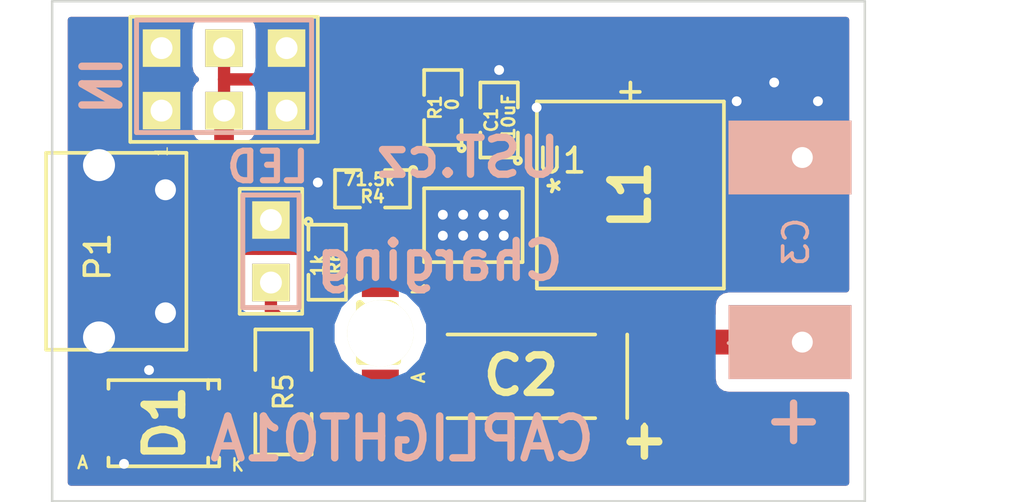
<source format=kicad_pcb>
(kicad_pcb (version 4) (host pcbnew 4.1.0-alpha+201607051515+6967~46~ubuntu16.04.1-product)

  (general
    (links 45)
    (no_connects 0)
    (area 131.754999 105.171428 178.6675 130.52232)
    (thickness 1.6)
    (drawings 18)
    (tracks 138)
    (zones 0)
    (modules 14)
    (nets 11)
  )

  (page A4)
  (layers
    (0 F.Cu signal)
    (31 B.Cu signal)
    (32 B.Adhes user)
    (33 F.Adhes user)
    (34 B.Paste user)
    (35 F.Paste user)
    (36 B.SilkS user)
    (37 F.SilkS user)
    (38 B.Mask user)
    (39 F.Mask user)
    (40 Dwgs.User user)
    (41 Cmts.User user)
    (42 Eco1.User user)
    (43 Eco2.User user)
    (44 Edge.Cuts user)
    (45 Margin user)
    (46 B.CrtYd user)
    (47 F.CrtYd user)
    (48 B.Fab user)
    (49 F.Fab user)
  )

  (setup
    (last_trace_width 0.3)
    (user_trace_width 0.25)
    (user_trace_width 0.3)
    (user_trace_width 0.5)
    (user_trace_width 0.6)
    (user_trace_width 0.7)
    (user_trace_width 0.8)
    (user_trace_width 0.9)
    (user_trace_width 1)
    (trace_clearance 0.2)
    (zone_clearance 0.508)
    (zone_45_only yes)
    (trace_min 0.25)
    (segment_width 0.2)
    (edge_width 0.1)
    (via_size 0.8)
    (via_drill 0.4)
    (via_min_size 0.7)
    (via_min_drill 0.3)
    (uvia_size 0.3)
    (uvia_drill 0.127)
    (uvias_allowed no)
    (uvia_min_size 0.3)
    (uvia_min_drill 0.1)
    (pcb_text_width 0.3)
    (pcb_text_size 1.5 1.5)
    (mod_edge_width 0.15)
    (mod_text_size 1 1)
    (mod_text_width 0.15)
    (pad_size 3 5)
    (pad_drill 0.85)
    (pad_to_mask_clearance 0)
    (aux_axis_origin 137.795 128.27)
    (visible_elements FFFFFF7F)
    (pcbplotparams
      (layerselection 0x010d0_ffffffff)
      (usegerberextensions false)
      (excludeedgelayer true)
      (linewidth 0.100000)
      (plotframeref false)
      (viasonmask false)
      (mode 1)
      (useauxorigin false)
      (hpglpennumber 1)
      (hpglpenspeed 20)
      (hpglpendiameter 15)
      (psnegative false)
      (psa4output false)
      (plotreference true)
      (plotvalue true)
      (plotinvisibletext false)
      (padsonsilk false)
      (subtractmaskfromsilk false)
      (outputformat 1)
      (mirror false)
      (drillshape 0)
      (scaleselection 1)
      (outputdirectory CAM_PROFI/))
  )

  (net 0 "")
  (net 1 /VIN)
  (net 2 GND)
  (net 3 "Net-(L1-Pad1)")
  (net 4 "Net-(C2-Pad1)")
  (net 5 "Net-(C2-Pad2)")
  (net 6 "Net-(D2-Pad2)")
  (net 7 "Net-(R1-Pad1)")
  (net 8 "Net-(R4-Pad1)")
  (net 9 "Net-(D3-Pad2)")
  (net 10 /PG)

  (net_class Default "This is the default net class."
    (clearance 0.2)
    (trace_width 0.3)
    (via_dia 0.8)
    (via_drill 0.4)
    (uvia_dia 0.3)
    (uvia_drill 0.127)
    (add_net /PG)
    (add_net GND)
    (add_net "Net-(D2-Pad2)")
    (add_net "Net-(D3-Pad2)")
    (add_net "Net-(R1-Pad1)")
    (add_net "Net-(R4-Pad1)")
  )

  (net_class thick ""
    (clearance 0.2)
    (trace_width 0.8)
    (via_dia 0.8)
    (via_drill 0.4)
    (uvia_dia 0.3)
    (uvia_drill 0.127)
    (add_net /VIN)
    (add_net "Net-(C2-Pad1)")
    (add_net "Net-(C2-Pad2)")
    (add_net "Net-(L1-Pad1)")
  )

  (module Mlab_C:C_Radial_D18_L25_P7.5 (layer B.Cu) (tedit 577CB71E) (tstamp 5778DE43)
    (at 168.275 121.8 90)
    (descr "Radial Electrolytic Capacitor Diameter 16mm x Length 25mm, Pitch 7.5mm")
    (tags "Electrolytic Capacitor")
    (path /56E812E5)
    (fp_text reference C3 (at 4.071 -0.254 90) (layer B.SilkS)
      (effects (font (size 1 1) (thickness 0.15)) (justify mirror))
    )
    (fp_text value 50F (at 3.75 -9.3 90) (layer B.Fab) hide
      (effects (font (size 1 1) (thickness 0.15)) (justify mirror))
    )
    (fp_text user + (at -0.0381 -2.54 90) (layer B.SilkS)
      (effects (font (size 1.5 1.5) (thickness 0.15)) (justify mirror))
    )
    (fp_circle (center 7.5 0) (end 7.5 1) (layer B.SilkS) (width 0.15))
    (fp_circle (center 3.75 0) (end 3.75 -9) (layer B.CrtYd) (width 0.05))
    (pad 1 thru_hole rect (at 0 0 90) (size 3 5) (drill 0.85 (offset 0 -0.5)) (layers *.Cu *.Mask B.SilkS)
      (net 5 "Net-(C2-Pad2)"))
    (pad 2 thru_hole rect (at 7.5 0 90) (size 3 5) (drill 0.85 (offset 0 -0.5)) (layers *.Cu *.Mask B.SilkS)
      (net 2 GND))
    (model Capacitors_ThroughHole.3dshapes/C_Radial_D16_L25_P7.5.wrl
      (at (xyz 0.147638 0 0))
      (scale (xyz 1 1 1))
      (rotate (xyz 0 0 90))
    )
  )

  (module Mlab_IO:DFN-12-1EP_3x4mm_Pitch0.5mm (layer F.Cu) (tedit 56EBC069) (tstamp 5778DEB5)
    (at 154.9075 117.05 270)
    (descr "DE/UE Package; 12-Lead Plastic DFN (4mm x 3mm) (see Linear Technology DFN_12_05-08-1695.pdf)")
    (tags "DFN 0.5")
    (path /56E80FC2)
    (attr smd)
    (fp_text reference U1 (at -2.623 -3.5885) (layer F.SilkS)
      (effects (font (size 1 1) (thickness 0.15)))
    )
    (fp_text value LTC3625 (at 0 3.05 270) (layer F.Fab)
      (effects (font (size 1 1) (thickness 0.15)))
    )
    (fp_text user * (at -1.607 -3.5885 270) (layer F.SilkS)
      (effects (font (size 1 1) (thickness 0.15)))
    )
    (fp_line (start 1.5 -2) (end 1.5 2) (layer F.SilkS) (width 0.15))
    (fp_line (start -1.5 -2) (end -1.5 2) (layer F.SilkS) (width 0.15))
    (fp_line (start -2.05 -2.3) (end -2.05 2.3) (layer F.CrtYd) (width 0.05))
    (fp_line (start 2.05 -2.3) (end 2.05 2.3) (layer F.CrtYd) (width 0.05))
    (fp_line (start -2.05 -2.3) (end 2.05 -2.3) (layer F.CrtYd) (width 0.05))
    (fp_line (start -2.05 2.3) (end 2.05 2.3) (layer F.CrtYd) (width 0.05))
    (fp_line (start -1.5 2) (end 1.5 2) (layer F.SilkS) (width 0.15))
    (fp_line (start -1.5 -2) (end 1.5 -2) (layer F.SilkS) (width 0.15))
    (pad 1 smd rect (at -1.45 -1.25 270) (size 0.7 0.25) (layers F.Cu F.Paste F.Mask)
      (net 3 "Net-(L1-Pad1)"))
    (pad 2 smd rect (at -1.45 -0.75 270) (size 0.7 0.25) (layers F.Cu F.Paste F.Mask)
      (net 1 /VIN))
    (pad 3 smd rect (at -1.45 -0.25 270) (size 0.7 0.25) (layers F.Cu F.Paste F.Mask)
      (net 1 /VIN))
    (pad 4 smd rect (at -1.45 0.25 270) (size 0.7 0.25) (layers F.Cu F.Paste F.Mask)
      (net 7 "Net-(R1-Pad1)"))
    (pad 5 smd rect (at -1.45 0.75 270) (size 0.7 0.25) (layers F.Cu F.Paste F.Mask)
      (net 1 /VIN))
    (pad 6 smd rect (at -1.45 1.25 270) (size 0.7 0.25) (layers F.Cu F.Paste F.Mask)
      (net 8 "Net-(R4-Pad1)"))
    (pad 7 smd rect (at 1.45 1.25 270) (size 0.7 0.25) (layers F.Cu F.Paste F.Mask)
      (net 1 /VIN))
    (pad 8 smd rect (at 1.45 0.75 270) (size 0.7 0.25) (layers F.Cu F.Paste F.Mask))
    (pad 9 smd rect (at 1.45 0.25 270) (size 0.7 0.25) (layers F.Cu F.Paste F.Mask)
      (net 10 /PG))
    (pad 10 smd rect (at 1.45 -0.25 270) (size 0.7 0.25) (layers F.Cu F.Paste F.Mask)
      (net 5 "Net-(C2-Pad2)"))
    (pad 11 smd rect (at 1.45 -0.75 270) (size 0.7 0.25) (layers F.Cu F.Paste F.Mask)
      (net 4 "Net-(C2-Pad1)"))
    (pad 12 smd rect (at 1.45 -1.25 270) (size 0.7 0.25) (layers F.Cu F.Paste F.Mask)
      (net 3 "Net-(L1-Pad1)"))
    (pad 13 smd rect (at 0.425 1.2375 270) (size 0.85 0.825) (layers F.Cu F.Paste F.Mask)
      (net 2 GND) (solder_paste_margin_ratio -0.2))
    (pad 13 smd rect (at 0.425 0.4125 270) (size 0.85 0.825) (layers F.Cu F.Paste F.Mask)
      (net 2 GND) (solder_paste_margin_ratio -0.2))
    (pad 13 smd rect (at 0.425 -0.4125 270) (size 0.85 0.825) (layers F.Cu F.Paste F.Mask)
      (net 2 GND) (solder_paste_margin_ratio -0.2))
    (pad 13 smd rect (at 0.425 -1.2375 270) (size 0.85 0.825) (layers F.Cu F.Paste F.Mask)
      (net 2 GND) (solder_paste_margin_ratio -0.2))
    (pad 13 smd rect (at -0.425 1.2375 270) (size 0.85 0.825) (layers F.Cu F.Paste F.Mask)
      (net 2 GND) (solder_paste_margin_ratio -0.2))
    (pad 13 smd rect (at -0.425 0.4125 270) (size 0.85 0.825) (layers F.Cu F.Paste F.Mask)
      (net 2 GND) (solder_paste_margin_ratio -0.2))
    (pad 13 smd rect (at -0.425 -0.4125 270) (size 0.85 0.825) (layers F.Cu F.Paste F.Mask)
      (net 2 GND) (solder_paste_margin_ratio -0.2))
    (pad 13 smd rect (at -0.425 -1.2375 270) (size 0.85 0.825) (layers F.Cu F.Paste F.Mask)
      (net 2 GND) (solder_paste_margin_ratio -0.2))
    (model Housings_DFN_QFN.3dshapes/DFN-12-1EP_3x4mm_Pitch0.5mm.wrl
      (at (xyz 0 0 0))
      (scale (xyz 1 1 1))
      (rotate (xyz 0 0 0))
    )
  )

  (module Mlab_C:TantalC_SizeC_Reflow (layer F.Cu) (tedit 564C624B) (tstamp 5778DE3D)
    (at 156.86024 123.19 180)
    (descr "Tantal Cap. , Size C, EIA-6032, Reflow,")
    (tags "Tantal Cap. , Size C, EIA-6032, Reflow,")
    (path /56E875AF)
    (attr smd)
    (fp_text reference C2 (at 0.0127 0.0381 180) (layer F.SilkS)
      (effects (font (thickness 0.3048)))
    )
    (fp_text value 100uF (at -0.09906 3.59918 180) (layer F.SilkS) hide
      (effects (font (thickness 0.3048)))
    )
    (fp_line (start -4.30022 -1.69926) (end -4.30022 1.69926) (layer F.SilkS) (width 0.15))
    (fp_line (start 2.99974 1.69926) (end -2.99974 1.69926) (layer F.SilkS) (width 0.15))
    (fp_line (start 2.99974 -1.69926) (end -2.99974 -1.69926) (layer F.SilkS) (width 0.15))
    (fp_text user + (at -4.99872 -2.55016 180) (layer F.SilkS)
      (effects (font (thickness 0.3048)))
    )
    (fp_line (start -5.00126 -3.05308) (end -5.00126 -1.95326) (layer F.SilkS) (width 0.15))
    (fp_line (start -5.6007 -2.5527) (end -4.40182 -2.5527) (layer F.SilkS) (width 0.15))
    (pad 2 smd rect (at 2.52476 0 180) (size 2.55016 2.49936) (layers F.Cu F.Paste F.Mask)
      (net 5 "Net-(C2-Pad2)"))
    (pad 1 smd rect (at -2.52476 0 180) (size 2.55016 2.49936) (layers F.Cu F.Paste F.Mask)
      (net 4 "Net-(C2-Pad1)"))
    (model MLAB_3D/Capacitors/c_tant_C.wrl
      (at (xyz 0 0 0))
      (scale (xyz 1 1 1))
      (rotate (xyz 0 0 180))
    )
  )

  (module Mlab_L:DER0705 (layer F.Cu) (tedit 56E82856) (tstamp 5778DE7F)
    (at 161.29 115.824 90)
    (descr "L DE1207")
    (path /56E86EF1)
    (fp_text reference L1 (at 0 0 90) (layer F.SilkS)
      (effects (font (thickness 0.3048)))
    )
    (fp_text value DER0705-3.3uH (at 0.0127 2.8956 90) (layer F.SilkS) hide
      (effects (font (size 0.50038 0.50038) (thickness 0.11938)))
    )
    (fp_line (start -3.8 -3.8) (end -3.8 3.8) (layer F.SilkS) (width 0.15))
    (fp_line (start -3.8 3.8) (end 3.8 3.8) (layer F.SilkS) (width 0.15))
    (fp_line (start 3.8 3.8) (end 3.8 -3.8) (layer F.SilkS) (width 0.15))
    (fp_line (start 3.8 -3.8) (end -3.8 -3.8) (layer F.SilkS) (width 0.15))
    (fp_line (start 4.572 0) (end 3.81 0) (layer F.SilkS) (width 0.15))
    (fp_line (start 4.191 -0.381) (end 4.191 0.381) (layer F.SilkS) (width 0.15))
    (pad 1 smd rect (at 3.7 0 90) (size 3 3) (layers F.Cu F.Paste F.Mask)
      (net 3 "Net-(L1-Pad1)"))
    (pad 2 smd rect (at -3.7 0 90) (size 3 3) (layers F.Cu F.Paste F.Mask)
      (net 5 "Net-(C2-Pad2)"))
    (model Capacitors_SMD/c_elec_10x10_5.wrl
      (at (xyz 0 0 0))
      (scale (xyz 1 1 1))
      (rotate (xyz 0 0 0))
    )
  )

  (module Mlab_CON:uUSB-B (layer F.Cu) (tedit 56EBBD81) (tstamp 5772862A)
    (at 139.7 118.11 270)
    (tags "uUSB-B MOLEX 1050170001")
    (path /5771AC18)
    (fp_text reference P1 (at 0.2286 0.0508 270) (layer F.SilkS)
      (effects (font (size 1 1) (thickness 0.15)))
    )
    (fp_text value USB_OTG (at 0.0508 3.175 270) (layer F.Fab)
      (effects (font (size 1 1) (thickness 0.15)))
    )
    (fp_line (start -4 -3.55) (end 4 -3.55) (layer F.SilkS) (width 0.15))
    (fp_line (start 4 -3.55) (end 4 2.15) (layer F.SilkS) (width 0.15))
    (fp_line (start 4 2.15) (end -4 2.15) (layer F.SilkS) (width 0.15))
    (fp_line (start -4 2.15) (end -4 -3.55) (layer F.SilkS) (width 0.15))
    (pad 5 thru_hole circle (at -2.5 -2.7 270) (size 1.45 1.45) (drill 0.85) (layers *.Cu *.Mask)
      (net 2 GND))
    (pad 5 thru_hole circle (at 2.5 -2.7 270) (size 1.45 1.45) (drill 0.85) (layers *.Cu *.Mask)
      (net 2 GND))
    (pad 3 smd trapezoid (at 0 -2.7 270) (size 0.4 1.35) (layers F.Cu F.Mask))
    (pad 2 smd trapezoid (at -0.65 -2.7 270) (size 0.4 1.35) (layers F.Cu F.Mask))
    (pad 1 smd trapezoid (at -1.3 -2.7 270) (size 0.4 1.35) (layers F.Cu F.Mask)
      (net 1 /VIN))
    (pad 4 smd trapezoid (at 0.65 -2.7 270) (size 0.4 1.35) (layers F.Cu F.Mask))
    (pad 5 smd trapezoid (at 1.3 -2.7 270) (size 0.4 1.35) (layers F.Cu F.Mask)
      (net 2 GND))
    (pad 5 smd trapezoid (at -1 0 270) (size 1.5 1.9) (layers F.Cu F.Mask)
      (net 2 GND))
    (pad 5 smd trapezoid (at 1 0 270) (size 1.5 1.9) (layers F.Cu F.Mask)
      (net 2 GND))
    (pad 5 thru_hole circle (at 3.5 0 270) (size 1.9 1.9) (drill 1.3) (layers *.Cu *.Mask)
      (net 2 GND))
    (pad 5 thru_hole circle (at -3.5 0 270) (size 1.9 1.9) (drill 1.3) (layers *.Cu *.Mask)
      (net 2 GND))
  )

  (module Mlab_R:SMD-0805 (layer F.Cu) (tedit 54799E0C) (tstamp 5778DE37)
    (at 155.956 112.776 90)
    (path /56E8119A)
    (attr smd)
    (fp_text reference C1 (at 0 -0.3175 90) (layer F.SilkS)
      (effects (font (size 0.50038 0.50038) (thickness 0.10922)))
    )
    (fp_text value 10uF (at 0.127 0.381 90) (layer F.SilkS)
      (effects (font (size 0.50038 0.50038) (thickness 0.10922)))
    )
    (fp_circle (center -1.651 0.762) (end -1.651 0.635) (layer F.SilkS) (width 0.15))
    (fp_line (start -0.508 0.762) (end -1.524 0.762) (layer F.SilkS) (width 0.15))
    (fp_line (start -1.524 0.762) (end -1.524 -0.762) (layer F.SilkS) (width 0.15))
    (fp_line (start -1.524 -0.762) (end -0.508 -0.762) (layer F.SilkS) (width 0.15))
    (fp_line (start 0.508 -0.762) (end 1.524 -0.762) (layer F.SilkS) (width 0.15))
    (fp_line (start 1.524 -0.762) (end 1.524 0.762) (layer F.SilkS) (width 0.15))
    (fp_line (start 1.524 0.762) (end 0.508 0.762) (layer F.SilkS) (width 0.15))
    (pad 1 smd rect (at -0.9525 0 90) (size 0.889 1.397) (layers F.Cu F.Paste F.Mask)
      (net 1 /VIN))
    (pad 2 smd rect (at 0.9525 0 90) (size 0.889 1.397) (layers F.Cu F.Paste F.Mask)
      (net 2 GND))
    (model MLAB_3D/Resistors/chip_cms.wrl
      (at (xyz 0 0 0))
      (scale (xyz 0.1 0.1 0.1))
      (rotate (xyz 0 0 0))
    )
  )

  (module Mlab_D:SMA_Standard (layer F.Cu) (tedit 54BBE0AF) (tstamp 5778DE49)
    (at 142.33398 125.095)
    (descr "Diode SMA")
    (tags "Diode SMA")
    (path /56E8111C)
    (attr smd)
    (fp_text reference D1 (at 0.03302 0 90) (layer F.SilkS)
      (effects (font (thickness 0.3048)))
    )
    (fp_text value M4 (at 0 3.81) (layer F.SilkS) hide
      (effects (font (thickness 0.3048)))
    )
    (fp_text user A (at -3.29946 1.6002) (layer F.SilkS)
      (effects (font (size 0.50038 0.50038) (thickness 0.09906)))
    )
    (fp_text user K (at 2.99974 1.69926) (layer F.SilkS)
      (effects (font (size 0.50038 0.50038) (thickness 0.09906)))
    )
    (fp_circle (center 0 0) (end 0.20066 -0.0508) (layer F.Adhes) (width 0.381))
    (fp_line (start 1.80086 1.75006) (end 1.80086 1.39954) (layer F.SilkS) (width 0.15))
    (fp_line (start 1.80086 -1.75006) (end 1.80086 -1.39954) (layer F.SilkS) (width 0.15))
    (fp_line (start 2.25044 1.75006) (end 2.25044 1.39954) (layer F.SilkS) (width 0.15))
    (fp_line (start -2.25044 1.75006) (end -2.25044 1.39954) (layer F.SilkS) (width 0.15))
    (fp_line (start -2.25044 -1.75006) (end -2.25044 -1.39954) (layer F.SilkS) (width 0.15))
    (fp_line (start 2.25044 -1.75006) (end 2.25044 -1.39954) (layer F.SilkS) (width 0.15))
    (fp_line (start -2.25044 1.75006) (end 2.25044 1.75006) (layer F.SilkS) (width 0.15))
    (fp_line (start -2.25044 -1.75006) (end 2.25044 -1.75006) (layer F.SilkS) (width 0.15))
    (pad 1 smd rect (at -1.99898 0) (size 2.49936 1.80086) (layers F.Cu F.Paste F.Mask)
      (net 2 GND))
    (pad 2 smd rect (at 1.99898 0) (size 2.49936 1.80086) (layers F.Cu F.Paste F.Mask)
      (net 1 /VIN))
    (model MLAB_3D/Diodes/SMA.wrl
      (at (xyz 0 0 0))
      (scale (xyz 0.3937 0.3937 0.3937))
      (rotate (xyz 0 0 0))
    )
  )

  (module Mlab_Pin_Headers:Straight_1x02 (layer F.Cu) (tedit 5535DB0D) (tstamp 5778DE4F)
    (at 146.685 118.11)
    (descr "pin header straight 1x02")
    (tags "pin header straight 1x02")
    (path /5771A40B)
    (fp_text reference D2 (at 0 -3.81) (layer F.SilkS) hide
      (effects (font (size 1.5 1.5) (thickness 0.15)))
    )
    (fp_text value LED (at 0 3.81) (layer F.SilkS) hide
      (effects (font (size 1.5 1.5) (thickness 0.15)))
    )
    (fp_text user 1 (at -1.651 -1.27) (layer F.SilkS) hide
      (effects (font (size 0.5 0.5) (thickness 0.05)))
    )
    (fp_line (start -1.27 -2.54) (end 1.27 -2.54) (layer F.SilkS) (width 0.15))
    (fp_line (start 1.27 -2.54) (end 1.27 2.54) (layer F.SilkS) (width 0.15))
    (fp_line (start 1.27 2.54) (end -1.27 2.54) (layer F.SilkS) (width 0.15))
    (fp_line (start -1.27 2.54) (end -1.27 -2.54) (layer F.SilkS) (width 0.15))
    (pad 2 thru_hole rect (at 0 1.27) (size 1.524 1.524) (drill 0.889) (layers *.Cu *.Mask F.SilkS)
      (net 6 "Net-(D2-Pad2)"))
    (pad 1 thru_hole rect (at 0 -1.27) (size 1.524 1.524) (drill 0.889) (layers *.Cu *.Mask F.SilkS)
      (net 2 GND))
    (model Pin_Headers/Pin_Header_Straight_1x02.wrl
      (at (xyz 0 0 0))
      (scale (xyz 1 1 1))
      (rotate (xyz 0 0 90))
    )
  )

  (module Mlab_Pin_Headers:Straight_2x03 (layer F.Cu) (tedit 55DC1460) (tstamp 5778DE59)
    (at 144.78 111.125 90)
    (descr "pin header straight 2x03")
    (tags "pin header straight 2x03")
    (path /56E81073)
    (fp_text reference J1 (at 0 -5.08 90) (layer F.SilkS) hide
      (effects (font (size 1.5 1.5) (thickness 0.15)))
    )
    (fp_text value JUMP_3X2 (at 0 5.08 90) (layer F.SilkS) hide
      (effects (font (size 1.5 1.5) (thickness 0.15)))
    )
    (fp_text user 1 (at -2.921 -2.54 90) (layer F.SilkS)
      (effects (font (size 0.5 0.5) (thickness 0.05)))
    )
    (fp_line (start -2.54 -3.81) (end 2.54 -3.81) (layer F.SilkS) (width 0.15))
    (fp_line (start 2.54 -3.81) (end 2.54 3.81) (layer F.SilkS) (width 0.15))
    (fp_line (start 2.54 3.81) (end -2.54 3.81) (layer F.SilkS) (width 0.15))
    (fp_line (start -2.54 3.81) (end -2.54 -3.81) (layer F.SilkS) (width 0.15))
    (pad 1 thru_hole rect (at -1.27 -2.54 90) (size 1.524 1.524) (drill 0.889) (layers *.Cu *.Mask F.SilkS)
      (net 2 GND))
    (pad 2 thru_hole rect (at 1.27 -2.54 90) (size 1.524 1.524) (drill 0.889) (layers *.Cu *.Mask F.SilkS)
      (net 2 GND))
    (pad 3 thru_hole rect (at -1.27 0 90) (size 1.524 1.524) (drill 0.889) (layers *.Cu *.Mask F.SilkS)
      (net 1 /VIN))
    (pad 4 thru_hole rect (at 1.27 0 90) (size 1.524 1.524) (drill 0.889) (layers *.Cu *.Mask F.SilkS)
      (net 1 /VIN))
    (pad 5 thru_hole rect (at -1.27 2.54 90) (size 1.524 1.524) (drill 0.889) (layers *.Cu *.Mask F.SilkS)
      (net 2 GND))
    (pad 6 thru_hole rect (at 1.27 2.54 90) (size 1.524 1.524) (drill 0.889) (layers *.Cu *.Mask F.SilkS)
      (net 2 GND))
    (model Pin_Headers/Pin_Header_Straight_2x03.wrl
      (at (xyz 0 0 0))
      (scale (xyz 1 1 1))
      (rotate (xyz 0 0 90))
    )
  )

  (module Mlab_R:SMD-0805 (layer F.Cu) (tedit 54799E0C) (tstamp 5778DE85)
    (at 153.67 112.268 90)
    (path /57779A79)
    (attr smd)
    (fp_text reference R1 (at 0 -0.3175 90) (layer F.SilkS)
      (effects (font (size 0.50038 0.50038) (thickness 0.10922)))
    )
    (fp_text value 0 (at 0.127 0.381 90) (layer F.SilkS)
      (effects (font (size 0.50038 0.50038) (thickness 0.10922)))
    )
    (fp_circle (center -1.651 0.762) (end -1.651 0.635) (layer F.SilkS) (width 0.15))
    (fp_line (start -0.508 0.762) (end -1.524 0.762) (layer F.SilkS) (width 0.15))
    (fp_line (start -1.524 0.762) (end -1.524 -0.762) (layer F.SilkS) (width 0.15))
    (fp_line (start -1.524 -0.762) (end -0.508 -0.762) (layer F.SilkS) (width 0.15))
    (fp_line (start 0.508 -0.762) (end 1.524 -0.762) (layer F.SilkS) (width 0.15))
    (fp_line (start 1.524 -0.762) (end 1.524 0.762) (layer F.SilkS) (width 0.15))
    (fp_line (start 1.524 0.762) (end 0.508 0.762) (layer F.SilkS) (width 0.15))
    (pad 1 smd rect (at -0.9525 0 90) (size 0.889 1.397) (layers F.Cu F.Paste F.Mask)
      (net 7 "Net-(R1-Pad1)"))
    (pad 2 smd rect (at 0.9525 0 90) (size 0.889 1.397) (layers F.Cu F.Paste F.Mask)
      (net 1 /VIN))
    (model MLAB_3D/Resistors/chip_cms.wrl
      (at (xyz 0 0 0))
      (scale (xyz 0.1 0.1 0.1))
      (rotate (xyz 0 0 0))
    )
  )

  (module Mlab_R:SMD-0805 (layer F.Cu) (tedit 54799E0C) (tstamp 5778DE97)
    (at 150.8125 115.57 180)
    (path /56E85E42)
    (attr smd)
    (fp_text reference R4 (at 0 -0.3175 180) (layer F.SilkS)
      (effects (font (size 0.50038 0.50038) (thickness 0.10922)))
    )
    (fp_text value 71.5k (at 0.127 0.381 180) (layer F.SilkS)
      (effects (font (size 0.50038 0.50038) (thickness 0.10922)))
    )
    (fp_circle (center -1.651 0.762) (end -1.651 0.635) (layer F.SilkS) (width 0.15))
    (fp_line (start -0.508 0.762) (end -1.524 0.762) (layer F.SilkS) (width 0.15))
    (fp_line (start -1.524 0.762) (end -1.524 -0.762) (layer F.SilkS) (width 0.15))
    (fp_line (start -1.524 -0.762) (end -0.508 -0.762) (layer F.SilkS) (width 0.15))
    (fp_line (start 0.508 -0.762) (end 1.524 -0.762) (layer F.SilkS) (width 0.15))
    (fp_line (start 1.524 -0.762) (end 1.524 0.762) (layer F.SilkS) (width 0.15))
    (fp_line (start 1.524 0.762) (end 0.508 0.762) (layer F.SilkS) (width 0.15))
    (pad 1 smd rect (at -0.9525 0 180) (size 0.889 1.397) (layers F.Cu F.Paste F.Mask)
      (net 8 "Net-(R4-Pad1)"))
    (pad 2 smd rect (at 0.9525 0 180) (size 0.889 1.397) (layers F.Cu F.Paste F.Mask)
      (net 2 GND))
    (model MLAB_3D/Resistors/chip_cms.wrl
      (at (xyz 0 0 0))
      (scale (xyz 0.1 0.1 0.1))
      (rotate (xyz 0 0 0))
    )
  )

  (module Mlab_D:LED_1206 (layer F.Cu) (tedit 56BDB304) (tstamp 577BFD24)
    (at 151.13 121.444 90)
    (descr "Diode Mini-MELF Standard")
    (tags "Diode Mini-MELF Standard")
    (path /577C0351)
    (attr smd)
    (fp_text reference D3 (at 0 0 90) (layer F.SilkS)
      (effects (font (thickness 0.3048)))
    )
    (fp_text value LED (at 0 3.81 90) (layer F.SilkS) hide
      (effects (font (thickness 0.3048)))
    )
    (fp_line (start 2.21488 1.50622) (end 2.53492 1.81102) (layer F.Cu) (width 0.15))
    (fp_line (start 2.25298 1.52146) (end 2.5273 1.24968) (layer F.Cu) (width 0.15))
    (fp_line (start 2.2225 1.24968) (end 2.21742 1.81864) (layer F.Cu) (width 0.15))
    (fp_text user A (at -1.80086 1.5494 90) (layer F.SilkS)
      (effects (font (size 0.50038 0.50038) (thickness 0.09906)))
    )
    (fp_text user K (at 1.80086 1.5494 90) (layer F.SilkS)
      (effects (font (size 0.50038 0.50038) (thickness 0.09906)))
    )
    (pad 2 smd rect (at -2 0 90) (size 1.05 1.5) (layers F.Cu F.Paste F.Mask)
      (net 9 "Net-(D3-Pad2)"))
    (pad 1 smd rect (at 2 0 90) (size 1.05 1.5) (layers F.Cu F.Paste F.Mask)
      (net 10 /PG))
    (pad "" np_thru_hole circle (at 0 0 90) (size 2.7 2.7) (drill 2.7) (layers *.Cu *.Mask F.SilkS))
    (model MLAB_3D/Diodes/MiniMELF_DO213AA.wrl
      (at (xyz 0 0 0))
      (scale (xyz 0.3937 0.3937 0.3937))
      (rotate (xyz 0 0 0))
    )
  )

  (module Mlab_R:SMD-0805 (layer F.Cu) (tedit 54799E0C) (tstamp 577BFD2A)
    (at 148.971 118.5545 270)
    (path /577C016E)
    (attr smd)
    (fp_text reference R6 (at 0 -0.3175 270) (layer F.SilkS)
      (effects (font (size 0.50038 0.50038) (thickness 0.10922)))
    )
    (fp_text value 1k (at 0.127 0.381 270) (layer F.SilkS)
      (effects (font (size 0.50038 0.50038) (thickness 0.10922)))
    )
    (fp_circle (center -1.651 0.762) (end -1.651 0.635) (layer F.SilkS) (width 0.15))
    (fp_line (start -0.508 0.762) (end -1.524 0.762) (layer F.SilkS) (width 0.15))
    (fp_line (start -1.524 0.762) (end -1.524 -0.762) (layer F.SilkS) (width 0.15))
    (fp_line (start -1.524 -0.762) (end -0.508 -0.762) (layer F.SilkS) (width 0.15))
    (fp_line (start 0.508 -0.762) (end 1.524 -0.762) (layer F.SilkS) (width 0.15))
    (fp_line (start 1.524 -0.762) (end 1.524 0.762) (layer F.SilkS) (width 0.15))
    (fp_line (start 1.524 0.762) (end 0.508 0.762) (layer F.SilkS) (width 0.15))
    (pad 1 smd rect (at -0.9525 0 270) (size 0.889 1.397) (layers F.Cu F.Paste F.Mask)
      (net 1 /VIN))
    (pad 2 smd rect (at 0.9525 0 270) (size 0.889 1.397) (layers F.Cu F.Paste F.Mask)
      (net 9 "Net-(D3-Pad2)"))
    (model MLAB_3D/Resistors/chip_cms.wrl
      (at (xyz 0 0 0))
      (scale (xyz 0.1 0.1 0.1))
      (rotate (xyz 0 0 0))
    )
  )

  (module Mlab_R:SMD-1206 (layer F.Cu) (tedit 54799957) (tstamp 577C0150)
    (at 147.193 123.825 90)
    (path /57726713)
    (attr smd)
    (fp_text reference R5 (at 0 0 90) (layer F.SilkS)
      (effects (font (size 0.762 0.762) (thickness 0.127)))
    )
    (fp_text value 1k (at 0 -0.127 90) (layer F.SilkS) hide
      (effects (font (size 0.762 0.762) (thickness 0.127)))
    )
    (fp_line (start -2.54 -1.143) (end -2.54 1.143) (layer F.SilkS) (width 0.15))
    (fp_line (start -2.54 1.143) (end -0.889 1.143) (layer F.SilkS) (width 0.15))
    (fp_line (start 0.889 -1.143) (end 2.54 -1.143) (layer F.SilkS) (width 0.15))
    (fp_line (start 2.54 -1.143) (end 2.54 1.143) (layer F.SilkS) (width 0.15))
    (fp_line (start 2.54 1.143) (end 0.889 1.143) (layer F.SilkS) (width 0.15))
    (fp_line (start -0.889 -1.143) (end -2.54 -1.143) (layer F.SilkS) (width 0.15))
    (pad 1 smd rect (at -1.651 0 90) (size 1.524 2.032) (layers F.Cu F.Paste F.Mask)
      (net 5 "Net-(C2-Pad2)"))
    (pad 2 smd rect (at 1.651 0 90) (size 1.524 2.032) (layers F.Cu F.Paste F.Mask)
      (net 6 "Net-(D2-Pad2)"))
    (model MLAB_3D/Resistors/r_1206.wrl
      (at (xyz 0 0 0))
      (scale (xyz 1 1 1))
      (rotate (xyz 0 0 0))
    )
  )

  (gr_text UST.cz (at 154.686 114.3) (layer B.SilkS)
    (effects (font (size 1.5 1.5) (thickness 0.3)) (justify mirror))
  )
  (gr_text IN (at 139.827 111.379 90) (layer B.SilkS)
    (effects (font (size 1.5 1.5) (thickness 0.3)) (justify mirror))
  )
  (gr_text Charging (at 153.543 118.491) (layer B.SilkS)
    (effects (font (size 1.5 1.5) (thickness 0.3)) (justify mirror))
  )
  (gr_text CAPLIGHT01A (at 152.019 125.73) (layer B.SilkS)
    (effects (font (size 1.7 1.6) (thickness 0.3)) (justify mirror))
  )
  (gr_text LED (at 146.558 114.681) (layer B.SilkS)
    (effects (font (size 1.2 1.2) (thickness 0.25)) (justify mirror))
  )
  (gr_line (start 147.828 115.824) (end 145.542 115.824) (layer B.SilkS) (width 0.2))
  (gr_line (start 147.828 120.396) (end 147.828 115.824) (layer B.SilkS) (width 0.2))
  (gr_line (start 145.542 120.396) (end 147.828 120.396) (layer B.SilkS) (width 0.2))
  (gr_line (start 145.542 115.824) (end 145.542 120.396) (layer B.SilkS) (width 0.2))
  (gr_line (start 141.224 113.284) (end 141.224 108.712) (layer B.SilkS) (width 0.2))
  (gr_line (start 148.336 113.284) (end 141.224 113.284) (layer B.SilkS) (width 0.2))
  (gr_line (start 148.336 108.712) (end 148.336 113.284) (layer B.SilkS) (width 0.2))
  (gr_line (start 141.224 108.712) (end 148.336 108.712) (layer B.SilkS) (width 0.2))
  (gr_text + (at 167.9194 124.8918) (layer B.SilkS)
    (effects (font (size 2 2) (thickness 0.3)) (justify mirror))
  )
  (gr_line (start 137.795 107.95) (end 137.795 128.27) (angle 90) (layer Edge.Cuts) (width 0.1))
  (gr_line (start 170.815 107.95) (end 137.795 107.95) (angle 90) (layer Edge.Cuts) (width 0.1))
  (gr_line (start 170.815 128.27) (end 170.815 107.95) (angle 90) (layer Edge.Cuts) (width 0.1))
  (gr_line (start 137.795 128.27) (end 170.815 128.27) (angle 90) (layer Edge.Cuts) (width 0.1))

  (segment (start 176.53 130.175) (end 176.53 120.65) (width 0.25) (layer Dwgs.User) (net 0))
  (segment (start 132.08 113.03) (end 134.62 110.49) (width 0.25) (layer Dwgs.User) (net 0))
  (segment (start 153.6575 118.5) (end 150.123 118.5) (width 0.25) (layer F.Cu) (net 1))
  (segment (start 150.123 118.5) (end 149.225 117.602) (width 0.25) (layer F.Cu) (net 1))
  (segment (start 149.225 117.602) (end 148.971 117.602) (width 0.25) (layer F.Cu) (net 1))
  (segment (start 147.782 118.11) (end 147.574 118.11) (width 0.3) (layer F.Cu) (net 1))
  (segment (start 147.574 118.11) (end 146.177 118.11) (width 0.3) (layer F.Cu) (net 1))
  (segment (start 148.717 117.602) (end 148.209 118.11) (width 0.3) (layer F.Cu) (net 1))
  (segment (start 148.209 118.11) (end 147.574 118.11) (width 0.3) (layer F.Cu) (net 1))
  (segment (start 148.971 117.602) (end 148.717 117.602) (width 0.3) (layer F.Cu) (net 1))
  (segment (start 153.728999 114.521499) (end 153.197997 114.521499) (width 0.3) (layer F.Cu) (net 1))
  (segment (start 153.197997 114.521499) (end 152.227 113.550502) (width 0.3) (layer F.Cu) (net 1))
  (segment (start 152.227 113.550502) (end 152.227 111.3155) (width 0.3) (layer F.Cu) (net 1))
  (segment (start 145.288 118.11) (end 146.177 118.11) (width 0.3) (layer F.Cu) (net 1))
  (segment (start 155.40736 115.6) (end 155.6575 115.6) (width 0.25) (layer F.Cu) (net 1))
  (segment (start 155.40736 115.6) (end 155.1575 115.6) (width 0.25) (layer F.Cu) (net 1))
  (segment (start 155.40736 115.6) (end 155.40736 115.22164) (width 0.5) (layer F.Cu) (net 1))
  (segment (start 155.40736 115.22164) (end 155.956 114.673) (width 0.5) (layer F.Cu) (net 1))
  (segment (start 155.956 114.673) (end 155.956 113.7285) (width 0.5) (layer F.Cu) (net 1))
  (segment (start 153.67 111.3155) (end 154.818501 112.464001) (width 0.5) (layer F.Cu) (net 1))
  (segment (start 154.818501 112.464001) (end 154.818501 112.591001) (width 0.5) (layer F.Cu) (net 1))
  (segment (start 154.818501 112.591001) (end 155.956 113.7285) (width 0.5) (layer F.Cu) (net 1))
  (segment (start 152.0365 111.125) (end 152.227 111.3155) (width 0.5) (layer F.Cu) (net 1))
  (segment (start 152.227 111.3155) (end 153.67 111.3155) (width 0.5) (layer F.Cu) (net 1))
  (segment (start 144.33296 118.11) (end 144.33296 118.618) (width 0.8) (layer F.Cu) (net 1))
  (segment (start 144.33296 116.84) (end 144.33296 118.11) (width 0.8) (layer F.Cu) (net 1))
  (segment (start 144.33296 118.11) (end 145.288 118.11) (width 0.5) (layer F.Cu) (net 1))
  (segment (start 145.288 118.11) (end 144.115 118.11) (width 0.3) (layer F.Cu) (net 1))
  (segment (start 144.33296 114.40404) (end 144.33296 116.84) (width 0.8) (layer F.Cu) (net 1))
  (segment (start 142.4 116.81) (end 144.30296 116.81) (width 0.5) (layer F.Cu) (net 1))
  (segment (start 144.30296 116.81) (end 144.33296 116.84) (width 0.5) (layer F.Cu) (net 1))
  (segment (start 144.33296 118.618) (end 144.33296 118.32796) (width 0.8) (layer F.Cu) (net 1))
  (segment (start 144.33296 125.095) (end 144.33296 118.618) (width 0.8) (layer F.Cu) (net 1))
  (segment (start 144.78 112.395) (end 144.78 113.957) (width 0.8) (layer F.Cu) (net 1))
  (segment (start 144.78 113.957) (end 144.33296 114.40404) (width 0.8) (layer F.Cu) (net 1))
  (segment (start 144.78 109.855) (end 144.78 111.125) (width 0.5) (layer F.Cu) (net 1))
  (segment (start 144.78 111.125) (end 144.78 112.395) (width 0.5) (layer F.Cu) (net 1))
  (segment (start 152.0365 111.125) (end 144.78 111.125) (width 0.5) (layer F.Cu) (net 1))
  (segment (start 154.1575 115.6) (end 154.1575 114.95) (width 0.25) (layer F.Cu) (net 1))
  (segment (start 154.1575 114.95) (end 153.728999 114.521499) (width 0.3) (layer F.Cu) (net 1))
  (segment (start 165.608 112.014) (end 168.91 112.014) (width 0.5) (layer F.Cu) (net 2))
  (via (at 168.91 112.014) (size 0.8) (drill 0.4) (layers F.Cu B.Cu) (net 2))
  (segment (start 167.132 111.252) (end 166.37 111.252) (width 0.5) (layer B.Cu) (net 2))
  (segment (start 166.37 111.252) (end 165.608 112.014) (width 0.5) (layer B.Cu) (net 2))
  (via (at 165.608 112.014) (size 0.8) (drill 0.4) (layers F.Cu B.Cu) (net 2))
  (segment (start 168.275 114.3) (end 168.275 112.395) (width 0.5) (layer F.Cu) (net 2))
  (segment (start 168.275 112.395) (end 167.132 111.252) (width 0.5) (layer F.Cu) (net 2))
  (via (at 167.132 111.252) (size 0.8) (drill 0.4) (layers F.Cu B.Cu) (net 2))
  (segment (start 140.716 126.746) (end 140.716 123.952) (width 0.5) (layer B.Cu) (net 2))
  (segment (start 140.716 123.952) (end 141.732 122.936) (width 0.5) (layer B.Cu) (net 2))
  (via (at 141.732 122.936) (size 0.8) (drill 0.4) (layers F.Cu B.Cu) (net 2))
  (segment (start 140.335 125.095) (end 140.335 126.365) (width 0.5) (layer F.Cu) (net 2))
  (segment (start 140.335 126.365) (end 140.716 126.746) (width 0.5) (layer F.Cu) (net 2))
  (via (at 140.716 126.746) (size 0.8) (drill 0.4) (layers F.Cu B.Cu) (net 2))
  (segment (start 157.48 112.268) (end 155.956 110.744) (width 0.5) (layer B.Cu) (net 2))
  (via (at 155.956 110.744) (size 0.8) (drill 0.4) (layers F.Cu B.Cu) (net 2))
  (segment (start 155.956 111.8235) (end 157.0355 111.8235) (width 0.5) (layer F.Cu) (net 2))
  (segment (start 157.0355 111.8235) (end 157.48 112.268) (width 0.5) (layer F.Cu) (net 2))
  (via (at 157.48 112.268) (size 0.8) (drill 0.4) (layers F.Cu B.Cu) (net 2))
  (segment (start 149.86 115.57) (end 148.844 115.57) (width 0.5) (layer F.Cu) (net 2))
  (segment (start 148.844 115.57) (end 148.59 115.316) (width 0.5) (layer F.Cu) (net 2))
  (via (at 148.59 115.316) (size 0.8) (drill 0.4) (layers F.Cu B.Cu) (net 2))
  (via (at 156.145 117.475) (size 0.8) (drill 0.4) (layers F.Cu B.Cu) (net 2))
  (via (at 156.145 116.625) (size 0.8) (drill 0.4) (layers F.Cu B.Cu) (net 2))
  (via (at 153.67 117.475) (size 0.8) (drill 0.4) (layers F.Cu B.Cu) (net 2))
  (via (at 154.495 117.475) (size 0.8) (drill 0.4) (layers F.Cu B.Cu) (net 2))
  (segment (start 156.145 116.625) (end 156.145 116.65) (width 0.3) (layer F.Cu) (net 2))
  (via (at 155.32 117.475) (size 0.8) (drill 0.4) (layers F.Cu B.Cu) (net 2))
  (via (at 155.32 116.625) (size 0.8) (drill 0.4) (layers F.Cu B.Cu) (net 2))
  (via (at 154.495 116.625) (size 0.8) (drill 0.4) (layers F.Cu B.Cu) (net 2))
  (via (at 153.67 116.625) (size 0.8) (drill 0.4) (layers F.Cu B.Cu) (net 2))
  (segment (start 139.7 121.61) (end 139.7 119.11) (width 0.3) (layer F.Cu) (net 2))
  (segment (start 142.4 119.41) (end 140 119.41) (width 0.3) (layer F.Cu) (net 2))
  (segment (start 140 119.41) (end 139.7 119.11) (width 0.3) (layer F.Cu) (net 2))
  (segment (start 139.7 117.11) (end 139.7 119.11) (width 0.3) (layer F.Cu) (net 2))
  (segment (start 157.157501 115.755501) (end 157.802499 115.755501) (width 1) (layer F.Cu) (net 3))
  (segment (start 157.802499 115.755501) (end 161.29 112.268) (width 1) (layer F.Cu) (net 3))
  (segment (start 161.29 112.268) (end 161.29 112.124) (width 1) (layer F.Cu) (net 3))
  (segment (start 157.157501 115.755501) (end 156.972 115.57) (width 0.8) (layer F.Cu) (net 3))
  (segment (start 156.972 115.57) (end 156.464 115.57) (width 0.8) (layer F.Cu) (net 3))
  (segment (start 157.157501 118.380001) (end 157.157501 115.755501) (width 0.8) (layer F.Cu) (net 3))
  (segment (start 156.21 115.57) (end 156.464 115.57) (width 0.3) (layer F.Cu) (net 3))
  (segment (start 156.18 115.6) (end 156.21 115.57) (width 0.3) (layer F.Cu) (net 3))
  (segment (start 156.1575 115.6) (end 156.18 115.6) (width 0.3) (layer F.Cu) (net 3))
  (segment (start 161.29 112.124) (end 161.18 112.124) (width 1) (layer F.Cu) (net 3))
  (segment (start 156.6 118.5) (end 157.037502 118.5) (width 0.8) (layer F.Cu) (net 3))
  (segment (start 157.037502 118.5) (end 157.157501 118.380001) (width 0.8) (layer F.Cu) (net 3))
  (segment (start 157.157501 118.380001) (end 157.037501 118.500001) (width 0.8) (layer F.Cu) (net 3))
  (segment (start 156.1575 118.5) (end 156.6 118.5) (width 0.3) (layer F.Cu) (net 3))
  (segment (start 155.6575 118.5) (end 155.6575 119.3355) (width 0.25) (layer F.Cu) (net 4))
  (segment (start 155.702 119.38) (end 155.702 119.3292) (width 0.25) (layer F.Cu) (net 4))
  (segment (start 155.6575 119.3355) (end 155.702 119.38) (width 0.3) (layer F.Cu) (net 4))
  (segment (start 159.385 123.0122) (end 155.702 119.3292) (width 0.4) (layer F.Cu) (net 4))
  (segment (start 159.385 123.19) (end 159.385 123.063) (width 0.4) (layer F.Cu) (net 4))
  (segment (start 159.3596 123.19) (end 159.385 123.19) (width 0.3) (layer F.Cu) (net 4))
  (segment (start 154.33548 123.19) (end 154.33548 123.28652) (width 0.5) (layer F.Cu) (net 5))
  (segment (start 154.33548 123.28652) (end 152.146 125.476) (width 0.5) (layer F.Cu) (net 5))
  (segment (start 152.146 125.476) (end 147.193 125.476) (width 0.5) (layer F.Cu) (net 5))
  (segment (start 155.16101 118.931745) (end 155.16101 119.902875) (width 0.25) (layer F.Cu) (net 5))
  (segment (start 155.16101 119.902875) (end 155.16101 119.22001) (width 0.25) (layer F.Cu) (net 5))
  (segment (start 154.33548 123.19) (end 154.33548 121.64032) (width 0.3) (layer F.Cu) (net 5))
  (segment (start 154.33548 121.64032) (end 155.16101 120.81479) (width 0.3) (layer F.Cu) (net 5))
  (segment (start 155.16101 120.81479) (end 155.16101 119.902875) (width 0.3) (layer F.Cu) (net 5))
  (segment (start 155.1575 118.5) (end 155.1575 118.928235) (width 0.25) (layer F.Cu) (net 5))
  (segment (start 155.1575 118.928235) (end 155.16101 118.931745) (width 0.25) (layer F.Cu) (net 5))
  (segment (start 154.33548 123.19) (end 154.36088 123.19) (width 1) (layer F.Cu) (net 5))
  (segment (start 154.36088 123.19) (end 156.39288 125.222) (width 1) (layer F.Cu) (net 5))
  (segment (start 156.39288 125.222) (end 161.544 125.222) (width 1) (layer F.Cu) (net 5))
  (segment (start 161.544 125.222) (end 162.546 124.22) (width 1) (layer F.Cu) (net 5))
  (segment (start 162.546 124.22) (end 162.546 122.95) (width 1) (layer F.Cu) (net 5))
  (segment (start 162.546 122.95) (end 163.696 121.8) (width 1) (layer F.Cu) (net 5))
  (segment (start 163.696 121.8) (end 168.275 121.8) (width 1) (layer F.Cu) (net 5))
  (segment (start 161.434 119.524) (end 163.71 121.8) (width 1) (layer F.Cu) (net 5))
  (segment (start 163.71 121.8) (end 168.275 121.8) (width 1) (layer F.Cu) (net 5))
  (segment (start 161.29 119.524) (end 161.434 119.524) (width 1) (layer F.Cu) (net 5))
  (segment (start 154.813 122.71248) (end 154.33548 123.19) (width 0.3) (layer F.Cu) (net 5))
  (segment (start 155.1575 122.36798) (end 154.33548 123.19) (width 0.3) (layer F.Cu) (net 5))
  (segment (start 146.685 119.38) (end 146.685 120.523) (width 0.5) (layer F.Cu) (net 6))
  (segment (start 146.685 120.523) (end 147.193 121.031) (width 0.5) (layer F.Cu) (net 6))
  (segment (start 147.193 121.031) (end 147.193 122.174) (width 0.5) (layer F.Cu) (net 6))
  (segment (start 154.6575 115.6) (end 154.6575 114.554018) (width 0.25) (layer F.Cu) (net 7))
  (segment (start 154.6575 114.554018) (end 154.657518 114.554) (width 0.25) (layer F.Cu) (net 7))
  (segment (start 154.657518 114.127018) (end 154.657518 114.554) (width 0.5) (layer F.Cu) (net 7))
  (segment (start 153.67 113.2205) (end 153.751 113.2205) (width 0.5) (layer F.Cu) (net 7))
  (segment (start 153.751 113.2205) (end 154.657518 114.127018) (width 0.5) (layer F.Cu) (net 7))
  (segment (start 153.6575 115.6) (end 151.795 115.6) (width 0.25) (layer F.Cu) (net 8))
  (segment (start 151.795 115.6) (end 151.765 115.57) (width 0.25) (layer F.Cu) (net 8))
  (segment (start 148.971 122.335) (end 150.08 123.444) (width 0.3) (layer F.Cu) (net 9))
  (segment (start 148.971 122.335) (end 148.971 119.507) (width 0.3) (layer F.Cu) (net 9))
  (segment (start 150.08 123.444) (end 151.13 123.444) (width 0.3) (layer F.Cu) (net 9))
  (segment (start 152.497 119.761) (end 154.209264 119.761) (width 0.3) (layer F.Cu) (net 10))
  (segment (start 154.209264 119.761) (end 154.653008 119.317256) (width 0.3) (layer F.Cu) (net 10))
  (segment (start 154.653008 119.317256) (end 154.653008 119.104492) (width 0.3) (layer F.Cu) (net 10))
  (segment (start 154.653008 119.104492) (end 154.6575 119.1) (width 0.3) (layer F.Cu) (net 10))
  (segment (start 151.13 119.444) (end 152.18 119.444) (width 0.3) (layer F.Cu) (net 10))
  (segment (start 152.18 119.444) (end 152.497 119.761) (width 0.3) (layer F.Cu) (net 10))
  (segment (start 154.6575 118.5) (end 154.6575 119.1) (width 0.25) (layer F.Cu) (net 10))
  (segment (start 151.32 119.634) (end 151.13 119.444) (width 0.3) (layer F.Cu) (net 10))

  (zone (net 2) (net_name GND) (layer F.Cu) (tstamp 0) (hatch edge 0.508)
    (connect_pads yes (clearance 0.508))
    (min_thickness 0.254)
    (fill yes (arc_segments 16) (thermal_gap 0.508) (thermal_bridge_width 0.508))
    (polygon
      (pts
        (xy 138.43 108.585) (xy 138.43 127.635) (xy 170.18 127.635) (xy 170.18 108.585)
      )
    )
    (filled_polygon
      (pts
        (xy 143.419843 108.845235) (xy 143.37056 109.093) (xy 143.37056 110.617) (xy 143.419843 110.864765) (xy 143.560191 111.074809)
        (xy 143.635307 111.125) (xy 143.560191 111.175191) (xy 143.419843 111.385235) (xy 143.37056 111.633) (xy 143.37056 113.157)
        (xy 143.419843 113.404765) (xy 143.560191 113.614809) (xy 143.61911 113.654178) (xy 143.601104 113.672184) (xy 143.376745 114.007963)
        (xy 143.297959 114.40404) (xy 143.29796 114.404045) (xy 143.29796 115.925) (xy 142.4 115.925) (xy 142.211174 115.96256)
        (xy 141.725 115.96256) (xy 141.477235 116.011843) (xy 141.267191 116.152191) (xy 141.126843 116.362235) (xy 141.07756 116.61)
        (xy 141.07756 117.01) (xy 141.102424 117.135) (xy 141.07756 117.26) (xy 141.07756 117.66) (xy 141.102424 117.785)
        (xy 141.07756 117.91) (xy 141.07756 118.31) (xy 141.102424 118.435) (xy 141.07756 118.56) (xy 141.07756 118.96)
        (xy 141.126843 119.207765) (xy 141.267191 119.417809) (xy 141.477235 119.558157) (xy 141.725 119.60744) (xy 143.075 119.60744)
        (xy 143.29796 119.563091) (xy 143.29796 123.54713) (xy 143.08328 123.54713) (xy 142.835515 123.596413) (xy 142.625471 123.736761)
        (xy 142.485123 123.946805) (xy 142.43584 124.19457) (xy 142.43584 125.99543) (xy 142.485123 126.243195) (xy 142.625471 126.453239)
        (xy 142.835515 126.593587) (xy 143.08328 126.64287) (xy 145.58264 126.64287) (xy 145.671948 126.625106) (xy 145.719191 126.695809)
        (xy 145.929235 126.836157) (xy 146.177 126.88544) (xy 148.209 126.88544) (xy 148.456765 126.836157) (xy 148.666809 126.695809)
        (xy 148.807157 126.485765) (xy 148.831974 126.361) (xy 152.145995 126.361) (xy 152.146 126.361001) (xy 152.428484 126.30481)
        (xy 152.484675 126.293633) (xy 152.77179 126.10179) (xy 153.78646 125.08712) (xy 154.652868 125.08712) (xy 155.590314 126.024566)
        (xy 155.958534 126.270603) (xy 156.39288 126.357) (xy 161.544 126.357) (xy 161.978346 126.270603) (xy 162.346566 126.024566)
        (xy 163.348566 125.022566) (xy 163.43214 124.897489) (xy 163.594603 124.654346) (xy 163.681 124.22) (xy 163.681 123.420132)
        (xy 164.166132 122.935) (xy 164.62756 122.935) (xy 164.62756 123.3) (xy 164.676843 123.547765) (xy 164.817191 123.757809)
        (xy 165.027235 123.898157) (xy 165.275 123.94744) (xy 170.053 123.94744) (xy 170.053 127.508) (xy 138.557 127.508)
        (xy 138.557 108.712) (xy 143.508868 108.712)
      )
    )
    (filled_polygon
      (pts
        (xy 170.053 119.65256) (xy 165.275 119.65256) (xy 165.027235 119.701843) (xy 164.817191 119.842191) (xy 164.676843 120.052235)
        (xy 164.62756 120.3) (xy 164.62756 120.665) (xy 164.180132 120.665) (xy 163.43744 119.922308) (xy 163.43744 118.024)
        (xy 163.388157 117.776235) (xy 163.247809 117.566191) (xy 163.037765 117.425843) (xy 162.79 117.37656) (xy 159.79 117.37656)
        (xy 159.542235 117.425843) (xy 159.332191 117.566191) (xy 159.191843 117.776235) (xy 159.14256 118.024) (xy 159.14256 121.024)
        (xy 159.191843 121.271765) (xy 159.205952 121.29288) (xy 158.846548 121.29288) (xy 157.08018 119.526512) (xy 157.433578 119.456216)
        (xy 157.769357 119.231857) (xy 157.889354 119.111859) (xy 157.889357 119.111857) (xy 158.08108 118.824922) (xy 158.113716 118.776079)
        (xy 158.192502 118.380001) (xy 158.192501 118.379996) (xy 158.192501 116.812925) (xy 158.236845 116.804104) (xy 158.605065 116.558067)
        (xy 160.891692 114.27144) (xy 162.79 114.27144) (xy 163.037765 114.222157) (xy 163.247809 114.081809) (xy 163.388157 113.871765)
        (xy 163.43744 113.624) (xy 163.43744 110.624) (xy 163.388157 110.376235) (xy 163.247809 110.166191) (xy 163.037765 110.025843)
        (xy 162.79 109.97656) (xy 159.79 109.97656) (xy 159.542235 110.025843) (xy 159.332191 110.166191) (xy 159.191843 110.376235)
        (xy 159.14256 110.624) (xy 159.14256 112.810308) (xy 157.343893 114.608975) (xy 157.152356 114.570875) (xy 157.252657 114.420765)
        (xy 157.30194 114.173) (xy 157.30194 113.284) (xy 157.252657 113.036235) (xy 157.112309 112.826191) (xy 156.902265 112.685843)
        (xy 156.6545 112.63656) (xy 156.115639 112.63656) (xy 155.644012 112.164932) (xy 155.636134 112.125327) (xy 155.636134 112.125326)
        (xy 155.444291 111.838211) (xy 155.444288 111.838209) (xy 155.01594 111.409861) (xy 155.01594 110.871) (xy 154.966657 110.623235)
        (xy 154.826309 110.413191) (xy 154.616265 110.272843) (xy 154.3685 110.22356) (xy 152.9715 110.22356) (xy 152.723735 110.272843)
        (xy 152.523622 110.406555) (xy 152.375175 110.307367) (xy 152.318984 110.29619) (xy 152.0365 110.239999) (xy 152.036495 110.24)
        (xy 146.18944 110.24) (xy 146.18944 109.093) (xy 146.140157 108.845235) (xy 146.051132 108.712) (xy 170.053 108.712)
      )
    )
    (filled_polygon
      (pts
        (xy 151.442 113.550502) (xy 151.501755 113.850909) (xy 151.671921 114.105581) (xy 151.7904 114.22406) (xy 151.3205 114.22406)
        (xy 151.072735 114.273343) (xy 150.862691 114.413691) (xy 150.722343 114.623735) (xy 150.67306 114.8715) (xy 150.67306 116.2685)
        (xy 150.722343 116.516265) (xy 150.862691 116.726309) (xy 151.072735 116.866657) (xy 151.3205 116.91594) (xy 152.2095 116.91594)
        (xy 152.457265 116.866657) (xy 152.667309 116.726309) (xy 152.807657 116.516265) (xy 152.83874 116.36) (xy 153.042746 116.36)
        (xy 153.074691 116.407809) (xy 153.284735 116.548157) (xy 153.5325 116.59744) (xy 153.7825 116.59744) (xy 153.9075 116.572576)
        (xy 154.0325 116.59744) (xy 154.2825 116.59744) (xy 154.4075 116.572576) (xy 154.5325 116.59744) (xy 154.7825 116.59744)
        (xy 154.9075 116.572576) (xy 155.0325 116.59744) (xy 155.2825 116.59744) (xy 155.4075 116.572576) (xy 155.5325 116.59744)
        (xy 155.7825 116.59744) (xy 155.9075 116.572576) (xy 156.0325 116.59744) (xy 156.122501 116.59744) (xy 156.122501 117.50256)
        (xy 156.0325 117.50256) (xy 155.9075 117.527424) (xy 155.7825 117.50256) (xy 155.5325 117.50256) (xy 155.4075 117.527424)
        (xy 155.2825 117.50256) (xy 155.0325 117.50256) (xy 154.9075 117.527424) (xy 154.7825 117.50256) (xy 154.5325 117.50256)
        (xy 154.4075 117.527424) (xy 154.2825 117.50256) (xy 154.0325 117.50256) (xy 153.9075 117.527424) (xy 153.7825 117.50256)
        (xy 153.5325 117.50256) (xy 153.284735 117.551843) (xy 153.074691 117.692191) (xy 153.042746 117.74) (xy 150.437802 117.74)
        (xy 150.31694 117.619138) (xy 150.31694 117.1575) (xy 150.267657 116.909735) (xy 150.127309 116.699691) (xy 149.917265 116.559343)
        (xy 149.6695 116.51006) (xy 148.2725 116.51006) (xy 148.024735 116.559343) (xy 147.814691 116.699691) (xy 147.674343 116.909735)
        (xy 147.62506 117.1575) (xy 147.62506 117.325) (xy 145.675514 117.325) (xy 145.626675 117.292367) (xy 145.36796 117.240905)
        (xy 145.36796 114.832751) (xy 145.511853 114.688858) (xy 145.511856 114.688856) (xy 145.736215 114.353077) (xy 145.754097 114.263179)
        (xy 145.815001 113.957) (xy 145.815 113.956995) (xy 145.815 113.738295) (xy 145.999809 113.614809) (xy 146.140157 113.404765)
        (xy 146.18944 113.157) (xy 146.18944 112.01) (xy 151.442 112.01)
      )
    )
  )
  (zone (net 2) (net_name GND) (layer B.Cu) (tstamp 0) (hatch edge 0.508)
    (connect_pads yes (clearance 0.508))
    (min_thickness 0.254)
    (fill yes (arc_segments 16) (thermal_gap 0.508) (thermal_bridge_width 0.508))
    (polygon
      (pts
        (xy 138.43 108.585) (xy 170.18 108.585) (xy 170.18 127.635) (xy 138.43 127.635)
      )
    )
    (filled_polygon
      (pts
        (xy 143.419843 108.845235) (xy 143.37056 109.093) (xy 143.37056 110.617) (xy 143.419843 110.864765) (xy 143.560191 111.074809)
        (xy 143.635307 111.125) (xy 143.560191 111.175191) (xy 143.419843 111.385235) (xy 143.37056 111.633) (xy 143.37056 113.157)
        (xy 143.419843 113.404765) (xy 143.560191 113.614809) (xy 143.770235 113.755157) (xy 144.018 113.80444) (xy 145.542 113.80444)
        (xy 145.789765 113.755157) (xy 145.999809 113.614809) (xy 146.140157 113.404765) (xy 146.18944 113.157) (xy 146.18944 111.633)
        (xy 146.140157 111.385235) (xy 145.999809 111.175191) (xy 145.924693 111.125) (xy 145.999809 111.074809) (xy 146.140157 110.864765)
        (xy 146.18944 110.617) (xy 146.18944 109.093) (xy 146.140157 108.845235) (xy 146.051132 108.712) (xy 170.053 108.712)
        (xy 170.053 119.65256) (xy 165.275 119.65256) (xy 165.027235 119.701843) (xy 164.817191 119.842191) (xy 164.676843 120.052235)
        (xy 164.62756 120.3) (xy 164.62756 123.3) (xy 164.676843 123.547765) (xy 164.817191 123.757809) (xy 165.027235 123.898157)
        (xy 165.275 123.94744) (xy 170.053 123.94744) (xy 170.053 127.508) (xy 138.557 127.508) (xy 138.557 121.837109)
        (xy 149.144657 121.837109) (xy 149.446218 122.566943) (xy 150.00412 123.125819) (xy 150.733427 123.428654) (xy 151.523109 123.429343)
        (xy 152.252943 123.127782) (xy 152.811819 122.56988) (xy 153.114654 121.840573) (xy 153.115343 121.050891) (xy 152.813782 120.321057)
        (xy 152.25588 119.762181) (xy 151.526573 119.459346) (xy 150.736891 119.458657) (xy 150.007057 119.760218) (xy 149.448181 120.31812)
        (xy 149.145346 121.047427) (xy 149.144657 121.837109) (xy 138.557 121.837109) (xy 138.557 118.618) (xy 145.27556 118.618)
        (xy 145.27556 120.142) (xy 145.324843 120.389765) (xy 145.465191 120.599809) (xy 145.675235 120.740157) (xy 145.923 120.78944)
        (xy 147.447 120.78944) (xy 147.694765 120.740157) (xy 147.904809 120.599809) (xy 148.045157 120.389765) (xy 148.09444 120.142)
        (xy 148.09444 118.618) (xy 148.045157 118.370235) (xy 147.904809 118.160191) (xy 147.694765 118.019843) (xy 147.447 117.97056)
        (xy 145.923 117.97056) (xy 145.675235 118.019843) (xy 145.465191 118.160191) (xy 145.324843 118.370235) (xy 145.27556 118.618)
        (xy 138.557 118.618) (xy 138.557 108.712) (xy 143.508868 108.712)
      )
    )
  )
)

</source>
